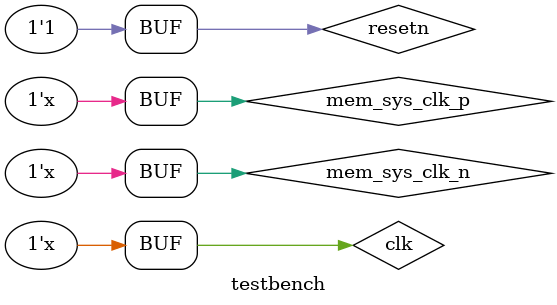
<source format=sv>
`timescale 1 ns/ 1ps



module testbench();

    
    reg clk;
    reg resetn;
   

    //from stimulus
    wire [7:0] stream_in_KEEP;
    wire stream_in_LAST;
    wire [63:0] stream_in_DATA;
    wire stream_in_VALID;
    wire stream_in_READY;
 
   //from dut 
    wire [7:0] stream_out_KEEP;
    wire stream_out_LAST;
    wire [63:0] stream_out_DATA;
    wire stream_out_VALID;
    wire stream_out_READY;

    reg mem_sys_clk_p;
    reg mem_sys_clk_n;
    
    always #10 clk = ~clk;
    always #5 mem_sys_clk_p =~mem_sys_clk_p;
    always #5 mem_sys_clk_n =~mem_sys_clk_n;

    
    initial begin
        resetn = 0;
        clk = 0;
        mem_sys_clk_p = 0;
        mem_sys_clk_n = 1;
        #30 resetn = 1;
    end
    


    //choose stimulation
    mpi_eth_stimulate stimulus(
                            .clk(clk),
                            .stream_out_DATA(stream_in_DATA), 
                            .stream_out_KEEP(stream_in_KEEP), 
                            .stream_out_LAST(stream_in_LAST), 
                            .stream_out_VALID(stream_in_VALID), 
                            .stream_out_READY(stream_in_READY),
                            .stream_in_DATA(stream_out_DATA), 
                            .stream_in_KEEP(stream_out_KEEP), 
                            .stream_in_LAST(stream_out_LAST), 
                            .stream_in_VALID(stream_out_VALID), 
                            .stream_in_READY(stream_out_READY)
                       );

   top_sim dut(
    .clk(clk),
    .mem_sys_clk_p(mem_sys_clk_p),
    .mem_sys_clk_n(mem_sys_clk_n),
    .resetn(resetn),
    .keep(stream_in_KEEP),
    .last(stream_in_LAST),
    .data(stream_in_DATA),
    .valid(stream_in_VALID),
    .ready(stream_in_READY),
    .keep_out(stream_out_KEEP),
    .last_out(stream_out_LAST),
    .data_out(stream_out_DATA),
    .valid_out(stream_out_VALID),
    .ready_out(stream_out_READY)
  );


endmodule

</source>
